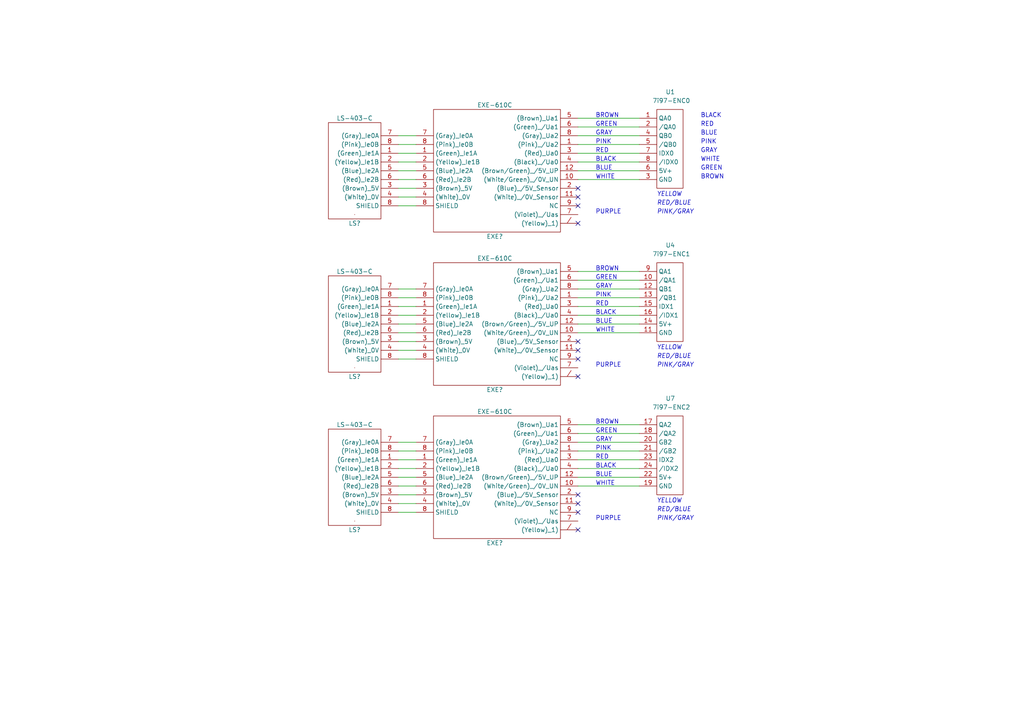
<source format=kicad_sch>
(kicad_sch (version 20230121) (generator eeschema)
  (paper "A4")
  (lib_symbols
    (symbol "EXE-610C_1"
      (property "Reference" "EXE" (at 0 -19.05 0))
      (property "Value" "EXE-610C" (at 0 19.05 0))
      (symbol "EXE-610C_1_0_1"
        (rectangle (start -10.16 -2.54) (end -10.16 -2.54) (stroke (width 0.1524)))
        (rectangle (start -10.16 -2.54) (end -10.16 -2.54) (stroke (width 0.1524)))
        (polyline (pts (xy -10.16 -2.54) (xy -10.16 -2.54)) (stroke (width 0.1524)))
        (rectangle (start 19.05 17.78) (end -17.78 -17.78) (stroke (width 0.1524)))
      )
      (symbol "EXE-610C_1_1_1"
        (pin passive line (at 24.13 -15.24 180) (length 5.08) (name "(Yellow)_1)") (number "/"))
        (pin passive line (at -22.86 5.08 0) (length 5.08) (name "(Green)_Ie1A") (number "1"))
        (pin passive line (at 24.13 7.62 180) (length 5.08) (name "(Pink)_/Ua2") (number "1"))
        (pin passive line (at 24.13 -2.54 180) (length 5.08) (name "(White/Green)_/0V_UN") (number "10"))
        (pin passive line (at 24.13 -7.62 180) (length 5.08) (name "(White)_/0V_Sensor") (number "11"))
        (pin passive line (at 24.13 0 180) (length 5.08) (name "(Brown/Green)_/5V_UP") (number "12"))
        (pin passive line (at 24.13 -5.08 180) (length 5.08) (name "(Blue)_/5V_Sensor") (number "2"))
        (pin passive line (at -22.86 2.54 0) (length 5.08) (name "(Yellow)_Ie1B") (number "2"))
        (pin passive line (at -22.86 -5.08 0) (length 5.08) (name "(Brown)_5V") (number "3"))
        (pin passive line (at 24.13 5.08 180) (length 5.08) (name "(Red)_Ua0") (number "3"))
        (pin passive line (at 24.13 2.54 180) (length 5.08) (name "(Black)_/Ua0") (number "4"))
        (pin passive line (at -22.86 -7.62 0) (length 5.08) (name "(White)_0V") (number "4"))
        (pin passive line (at -22.86 0 0) (length 5.08) (name "(Blue)_Ie2A") (number "5"))
        (pin passive line (at 24.13 15.24 180) (length 5.08) (name "(Brown)_Ua1") (number "5"))
        (pin passive line (at 24.13 12.7 180) (length 5.08) (name "(Green)_/Ua1") (number "6"))
        (pin passive line (at -22.86 -2.54 0) (length 5.08) (name "(Red)_Ie2B") (number "6"))
        (pin passive line (at -22.86 10.16 0) (length 5.08) (name "(Gray)_Ie0A") (number "7"))
        (pin passive line (at 24.13 -12.7 180) (length 5.08) (name "(Violet)_/Uas") (number "7"))
        (pin passive line (at 24.13 10.16 180) (length 5.08) (name "(Gray)_Ua2") (number "8"))
        (pin passive line (at -22.86 7.62 0) (length 5.08) (name "(Pink)_Ie0B") (number "8"))
        (pin passive line (at -22.86 -10.16 0) (length 5.08) (name "SHIELD") (number "8"))
        (pin passive line (at 24.13 -10.16 180) (length 5.08) (name "NC") (number "9"))
      )
    )
    (symbol "EXE-610C_2"
      (property "Reference" "EXE" (at 0 -19.05 0))
      (property "Value" "EXE-610C" (at 0 19.05 0))
      (symbol "EXE-610C_2_0_1"
        (rectangle (start -10.16 -2.54) (end -10.16 -2.54) (stroke (width 0.1524)))
        (rectangle (start -10.16 -2.54) (end -10.16 -2.54) (stroke (width 0.1524)))
        (polyline (pts (xy -10.16 -2.54) (xy -10.16 -2.54)) (stroke (width 0.1524)))
        (rectangle (start 19.05 17.78) (end -17.78 -17.78) (stroke (width 0.1524)))
      )
      (symbol "EXE-610C_2_1_1"
        (pin passive line (at 24.13 -15.24 180) (length 5.08) (name "(Yellow)_1)") (number "/"))
        (pin passive line (at -22.86 5.08 0) (length 5.08) (name "(Green)_Ie1A") (number "1"))
        (pin passive line (at 24.13 7.62 180) (length 5.08) (name "(Pink)_/Ua2") (number "1"))
        (pin passive line (at 24.13 -2.54 180) (length 5.08) (name "(White/Green)_/0V_UN") (number "10"))
        (pin passive line (at 24.13 -7.62 180) (length 5.08) (name "(White)_/0V_Sensor") (number "11"))
        (pin passive line (at 24.13 0 180) (length 5.08) (name "(Brown/Green)_/5V_UP") (number "12"))
        (pin passive line (at 24.13 -5.08 180) (length 5.08) (name "(Blue)_/5V_Sensor") (number "2"))
        (pin passive line (at -22.86 2.54 0) (length 5.08) (name "(Yellow)_Ie1B") (number "2"))
        (pin passive line (at -22.86 -5.08 0) (length 5.08) (name "(Brown)_5V") (number "3"))
        (pin passive line (at 24.13 5.08 180) (length 5.08) (name "(Red)_Ua0") (number "3"))
        (pin passive line (at 24.13 2.54 180) (length 5.08) (name "(Black)_/Ua0") (number "4"))
        (pin passive line (at -22.86 -7.62 0) (length 5.08) (name "(White)_0V") (number "4"))
        (pin passive line (at -22.86 0 0) (length 5.08) (name "(Blue)_Ie2A") (number "5"))
        (pin passive line (at 24.13 15.24 180) (length 5.08) (name "(Brown)_Ua1") (number "5"))
        (pin passive line (at 24.13 12.7 180) (length 5.08) (name "(Green)_/Ua1") (number "6"))
        (pin passive line (at -22.86 -2.54 0) (length 5.08) (name "(Red)_Ie2B") (number "6"))
        (pin passive line (at -22.86 10.16 0) (length 5.08) (name "(Gray)_Ie0A") (number "7"))
        (pin passive line (at 24.13 -12.7 180) (length 5.08) (name "(Violet)_/Uas") (number "7"))
        (pin passive line (at 24.13 10.16 180) (length 5.08) (name "(Gray)_Ua2") (number "8"))
        (pin passive line (at -22.86 7.62 0) (length 5.08) (name "(Pink)_Ie0B") (number "8"))
        (pin passive line (at -22.86 -10.16 0) (length 5.08) (name "SHIELD") (number "8"))
        (pin passive line (at 24.13 -10.16 180) (length 5.08) (name "NC") (number "9"))
      )
    )
    (symbol "LS-403-C_1"
      (property "Reference" "LS" (at 0 -15.24 0))
      (property "Value" "LS-403-C" (at 0 15.24 0))
      (symbol "LS-403-C_1_0_1"
        (rectangle (start 0 -12.7) (end 0 -12.7) (stroke (width 0.1524)))
        (rectangle (start 0 -12.7) (end 0 -12.7) (stroke (width 0.1524)))
        (polyline (pts (xy 0 -12.7) (xy 0 -12.7)) (stroke (width 0.1524)))
        (rectangle (start 7.62 13.97) (end -7.62 -13.97) (stroke (width 0.1524)))
      )
      (symbol "LS-403-C_1_1_1"
        (pin passive line (at 12.7 5.08 180) (length 5.08) (name "(Green)_Ie1A") (number "1"))
        (pin passive line (at 12.7 2.54 180) (length 5.08) (name "(Yellow)_Ie1B") (number "2"))
        (pin passive line (at 12.7 -5.08 180) (length 5.08) (name "(Brown)_5V") (number "3"))
        (pin passive line (at 12.7 -7.62 180) (length 5.08) (name "(White)_0V") (number "4"))
        (pin passive line (at 12.7 0 180) (length 5.08) (name "(Blue)_Ie2A") (number "5"))
        (pin passive line (at 12.7 -2.54 180) (length 5.08) (name "(Red)_Ie2B") (number "6"))
        (pin passive line (at 12.7 10.16 180) (length 5.08) (name "(Gray)_Ie0A") (number "7"))
        (pin passive line (at 12.7 7.62 180) (length 5.08) (name "(Pink)_Ie0B") (number "8"))
        (pin passive line (at 12.7 -10.16 180) (length 5.08) (name "SHIELD") (number "8"))
      )
    )
    (symbol "LS-403-C_2"
      (property "Reference" "LS" (at 0 -15.24 0))
      (property "Value" "LS-403-C" (at 0 15.24 0))
      (symbol "LS-403-C_2_0_1"
        (rectangle (start 0 -12.7) (end 0 -12.7) (stroke (width 0.1524)))
        (rectangle (start 0 -12.7) (end 0 -12.7) (stroke (width 0.1524)))
        (polyline (pts (xy 0 -12.7) (xy 0 -12.7)) (stroke (width 0.1524)))
        (rectangle (start 7.62 13.97) (end -7.62 -13.97) (stroke (width 0.1524)))
      )
      (symbol "LS-403-C_2_1_1"
        (pin passive line (at 12.7 5.08 180) (length 5.08) (name "(Green)_Ie1A") (number "1"))
        (pin passive line (at 12.7 2.54 180) (length 5.08) (name "(Yellow)_Ie1B") (number "2"))
        (pin passive line (at 12.7 -5.08 180) (length 5.08) (name "(Brown)_5V") (number "3"))
        (pin passive line (at 12.7 -7.62 180) (length 5.08) (name "(White)_0V") (number "4"))
        (pin passive line (at 12.7 0 180) (length 5.08) (name "(Blue)_Ie2A") (number "5"))
        (pin passive line (at 12.7 -2.54 180) (length 5.08) (name "(Red)_Ie2B") (number "6"))
        (pin passive line (at 12.7 10.16 180) (length 5.08) (name "(Gray)_Ie0A") (number "7"))
        (pin passive line (at 12.7 7.62 180) (length 5.08) (name "(Pink)_Ie0B") (number "8"))
        (pin passive line (at 12.7 -10.16 180) (length 5.08) (name "SHIELD") (number "8"))
      )
    )
    (symbol "MAHO:7i97-ENC0"
      (property "Reference" "U" (at 0 15.24 0))
      (property "Value" "7i97-ENC0" (at 0 12.7 0))
      (symbol "7i97-ENC0_0_1"
        (rectangle (start -3.81 11.43) (end 3.81 -11.43) (stroke (width 0.1524)))
      )
      (symbol "7i97-ENC0_1_1"
        (pin passive line (at -8.89 8.89 0) (length 5.08) (name "QA0") (number "1"))
        (pin passive line (at -8.89 6.35 0) (length 5.08) (name "/QA0") (number "2"))
        (pin passive line (at -8.89 -8.89 0) (length 5.08) (name "GND") (number "3"))
        (pin passive line (at -8.89 3.81 0) (length 5.08) (name "QB0") (number "4"))
        (pin passive line (at -8.89 1.27 0) (length 5.08) (name "/QB0") (number "5"))
        (pin passive line (at -8.89 -6.35 0) (length 5.08) (name "5V+") (number "6"))
        (pin passive line (at -8.89 -1.27 0) (length 5.08) (name "IDX0") (number "7"))
        (pin passive line (at -8.89 -3.81 0) (length 5.08) (name "/IDX0") (number "8"))
      )
    )
    (symbol "MAHO:7i97-ENC1"
      (property "Reference" "U" (at 0 13.97 0))
      (property "Value" "7i97-ENC1" (at 0 12.7 0))
      (symbol "7i97-ENC1_0_1"
        (rectangle (start -3.81 11.43) (end 3.81 -11.43) (stroke (width 0.1524)))
      )
      (symbol "7i97-ENC1_1_1"
        (pin passive line (at -8.89 6.35 0) (length 5.08) (name "/QA1") (number "10"))
        (pin passive line (at -8.89 -8.89 0) (length 5.08) (name "GND") (number "11"))
        (pin passive line (at -8.89 3.81 0) (length 5.08) (name "QB1") (number "12"))
        (pin passive line (at -8.89 1.27 0) (length 5.08) (name "/QB1") (number "13"))
        (pin passive line (at -8.89 -6.35 0) (length 5.08) (name "5V+") (number "14"))
        (pin passive line (at -8.89 -1.27 0) (length 5.08) (name "IDX1") (number "15"))
        (pin passive line (at -8.89 -3.81 0) (length 5.08) (name "/IDX1") (number "16"))
        (pin passive line (at -8.89 8.89 0) (length 5.08) (name "QA1") (number "9"))
      )
    )
    (symbol "MAHO:7i97-ENC2"
      (property "Reference" "U" (at 0 15.24 0))
      (property "Value" "7i97-ENC2" (at 0 12.7 0))
      (symbol "7i97-ENC2_0_1"
        (rectangle (start -3.81 11.43) (end 3.81 -11.43) (stroke (width 0.1524)))
      )
      (symbol "7i97-ENC2_1_1"
        (pin passive line (at -8.89 8.89 0) (length 5.08) (name "QA2") (number "17"))
        (pin passive line (at -8.89 6.35 0) (length 5.08) (name "/QA2") (number "18"))
        (pin passive line (at -8.89 -8.89 0) (length 5.08) (name "GND") (number "19"))
        (pin passive line (at -8.89 3.81 0) (length 5.08) (name "GB2") (number "20"))
        (pin passive line (at -8.89 1.27 0) (length 5.08) (name "/GB2") (number "21"))
        (pin passive line (at -8.89 -6.35 0) (length 5.08) (name "5V+") (number "22"))
        (pin passive line (at -8.89 -1.27 0) (length 5.08) (name "IDX2") (number "23"))
        (pin passive line (at -8.89 -3.81 0) (length 5.08) (name "/IDX2") (number "24"))
      )
    )
    (symbol "MAHO:EXE-610C"
      (property "Reference" "EXE" (at 0 -19.05 0))
      (property "Value" "EXE-610C" (at 0 19.05 0))
      (symbol "EXE-610C_0_1"
        (rectangle (start -10.16 -2.54) (end -10.16 -2.54) (stroke (width 0.1524)))
        (rectangle (start -10.16 -2.54) (end -10.16 -2.54) (stroke (width 0.1524)))
        (polyline (pts (xy -10.16 -2.54) (xy -10.16 -2.54)) (stroke (width 0.1524)))
        (rectangle (start 19.05 17.78) (end -17.78 -17.78) (stroke (width 0.1524)))
      )
      (symbol "EXE-610C_1_1"
        (pin passive line (at 24.13 -15.24 180) (length 5.08) (name "(Yellow)_1)") (number "/"))
        (pin passive line (at -22.86 5.08 0) (length 5.08) (name "(Green)_Ie1A") (number "1"))
        (pin passive line (at 24.13 7.62 180) (length 5.08) (name "(Pink)_/Ua2") (number "1"))
        (pin passive line (at 24.13 -2.54 180) (length 5.08) (name "(White/Green)_/0V_UN") (number "10"))
        (pin passive line (at 24.13 -7.62 180) (length 5.08) (name "(White)_/0V_Sensor") (number "11"))
        (pin passive line (at 24.13 0 180) (length 5.08) (name "(Brown/Green)_/5V_UP") (number "12"))
        (pin passive line (at 24.13 -5.08 180) (length 5.08) (name "(Blue)_/5V_Sensor") (number "2"))
        (pin passive line (at -22.86 2.54 0) (length 5.08) (name "(Yellow)_Ie1B") (number "2"))
        (pin passive line (at -22.86 -5.08 0) (length 5.08) (name "(Brown)_5V") (number "3"))
        (pin passive line (at 24.13 5.08 180) (length 5.08) (name "(Red)_Ua0") (number "3"))
        (pin passive line (at 24.13 2.54 180) (length 5.08) (name "(Black)_/Ua0") (number "4"))
        (pin passive line (at -22.86 -7.62 0) (length 5.08) (name "(White)_0V") (number "4"))
        (pin passive line (at -22.86 0 0) (length 5.08) (name "(Blue)_Ie2A") (number "5"))
        (pin passive line (at 24.13 15.24 180) (length 5.08) (name "(Brown)_Ua1") (number "5"))
        (pin passive line (at 24.13 12.7 180) (length 5.08) (name "(Green)_/Ua1") (number "6"))
        (pin passive line (at -22.86 -2.54 0) (length 5.08) (name "(Red)_Ie2B") (number "6"))
        (pin passive line (at -22.86 10.16 0) (length 5.08) (name "(Gray)_Ie0A") (number "7"))
        (pin passive line (at 24.13 -12.7 180) (length 5.08) (name "(Violet)_/Uas") (number "7"))
        (pin passive line (at 24.13 10.16 180) (length 5.08) (name "(Gray)_Ua2") (number "8"))
        (pin passive line (at -22.86 7.62 0) (length 5.08) (name "(Pink)_Ie0B") (number "8"))
        (pin passive line (at -22.86 -10.16 0) (length 5.08) (name "SHIELD") (number "8"))
        (pin passive line (at 24.13 -10.16 180) (length 5.08) (name "NC") (number "9"))
      )
    )
    (symbol "MAHO:LS-403-C"
      (property "Reference" "LS" (at 0 -15.24 0))
      (property "Value" "LS-403-C" (at 0 15.24 0))
      (symbol "LS-403-C_0_1"
        (rectangle (start 0 -12.7) (end 0 -12.7) (stroke (width 0.1524)))
        (rectangle (start 0 -12.7) (end 0 -12.7) (stroke (width 0.1524)))
        (polyline (pts (xy 0 -12.7) (xy 0 -12.7)) (stroke (width 0.1524)))
        (rectangle (start 7.62 13.97) (end -7.62 -13.97) (stroke (width 0.1524)))
      )
      (symbol "LS-403-C_1_1"
        (pin passive line (at 12.7 5.08 180) (length 5.08) (name "(Green)_Ie1A") (number "1"))
        (pin passive line (at 12.7 2.54 180) (length 5.08) (name "(Yellow)_Ie1B") (number "2"))
        (pin passive line (at 12.7 -5.08 180) (length 5.08) (name "(Brown)_5V") (number "3"))
        (pin passive line (at 12.7 -7.62 180) (length 5.08) (name "(White)_0V") (number "4"))
        (pin passive line (at 12.7 0 180) (length 5.08) (name "(Blue)_Ie2A") (number "5"))
        (pin passive line (at 12.7 -2.54 180) (length 5.08) (name "(Red)_Ie2B") (number "6"))
        (pin passive line (at 12.7 10.16 180) (length 5.08) (name "(Gray)_Ie0A") (number "7"))
        (pin passive line (at 12.7 7.62 180) (length 5.08) (name "(Pink)_Ie0B") (number "8"))
        (pin passive line (at 12.7 -10.16 180) (length 5.08) (name "SHIELD") (number "8"))
      )
    )
  )
  (no_connect (at 167.64 57.15))
  (no_connect (at 167.64 59.69))
  (no_connect (at 167.64 99.06))
  (no_connect (at 167.64 64.77))
  (no_connect (at 167.64 146.05))
  (no_connect (at 167.64 54.61))
  (no_connect (at 167.64 109.22))
  (no_connect (at 167.64 153.67))
  (no_connect (at 167.64 148.59))
  (no_connect (at 167.64 101.6))
  (no_connect (at 167.64 143.51))
  (no_connect (at 167.64 104.14))
  (wire (pts (xy 115.57 83.82) (xy 120.65 83.82)))
  (wire (pts (xy 115.57 146.05) (xy 120.65 146.05)))
  (wire (pts (xy 167.64 83.82) (xy 185.42 83.82)))
  (wire (pts (xy 167.64 128.27) (xy 185.42 128.27)))
  (wire (pts (xy 115.57 135.89) (xy 120.65 135.89)))
  (wire (pts (xy 115.57 86.36) (xy 120.65 86.36)))
  (wire (pts (xy 115.57 130.81) (xy 120.65 130.81)))
  (wire (pts (xy 167.64 140.97) (xy 185.42 140.97)))
  (wire (pts (xy 115.57 54.61) (xy 120.65 54.61)))
  (wire (pts (xy 115.57 49.53) (xy 120.65 49.53)))
  (wire (pts (xy 167.64 130.81) (xy 185.42 130.81)))
  (wire (pts (xy 167.64 123.19) (xy 185.42 123.19)))
  (wire (pts (xy 115.57 41.91) (xy 120.65 41.91)))
  (wire (pts (xy 167.64 125.73) (xy 185.42 125.73)))
  (wire (pts (xy 167.64 41.91) (xy 185.42 41.91)))
  (wire (pts (xy 167.64 93.98) (xy 185.42 93.98)))
  (wire (pts (xy 115.57 140.97) (xy 120.65 140.97)))
  (wire (pts (xy 167.64 91.44) (xy 185.42 91.44)))
  (wire (pts (xy 115.57 46.99) (xy 120.65 46.99)))
  (wire (pts (xy 167.64 133.35) (xy 185.42 133.35)))
  (wire (pts (xy 115.57 93.98) (xy 120.65 93.98)))
  (wire (pts (xy 167.64 46.99) (xy 185.42 46.99)))
  (wire (pts (xy 167.64 49.53) (xy 185.42 49.53)))
  (wire (pts (xy 115.57 133.35) (xy 120.65 133.35)))
  (wire (pts (xy 167.64 86.36) (xy 185.42 86.36)))
  (wire (pts (xy 167.64 96.52) (xy 185.42 96.52)))
  (wire (pts (xy 115.57 91.44) (xy 120.65 91.44)))
  (wire (pts (xy 115.57 59.69) (xy 120.65 59.69)))
  (wire (pts (xy 115.57 99.06) (xy 120.65 99.06)))
  (wire (pts (xy 167.64 88.9) (xy 185.42 88.9)))
  (wire (pts (xy 115.57 96.52) (xy 120.65 96.52)))
  (wire (pts (xy 167.64 36.83) (xy 185.42 36.83)))
  (wire (pts (xy 167.64 39.37) (xy 185.42 39.37)))
  (wire (pts (xy 115.57 52.07) (xy 120.65 52.07)))
  (wire (pts (xy 115.57 128.27) (xy 120.65 128.27)))
  (wire (pts (xy 115.57 143.51) (xy 120.65 143.51)))
  (wire (pts (xy 167.64 138.43) (xy 185.42 138.43)))
  (wire (pts (xy 115.57 44.45) (xy 120.65 44.45)))
  (wire (pts (xy 115.57 104.14) (xy 120.65 104.14)))
  (wire (pts (xy 167.64 78.74) (xy 185.42 78.74)))
  (wire (pts (xy 167.64 135.89) (xy 185.42 135.89)))
  (wire (pts (xy 167.64 52.07) (xy 185.42 52.07)))
  (wire (pts (xy 115.57 39.37) (xy 120.65 39.37)))
  (wire (pts (xy 167.64 34.29) (xy 185.42 34.29)))
  (wire (pts (xy 115.57 138.43) (xy 120.65 138.43)))
  (wire (pts (xy 167.64 44.45) (xy 185.42 44.45)))
  (wire (pts (xy 167.64 81.28) (xy 185.42 81.28)))
  (wire (pts (xy 115.57 148.59) (xy 120.65 148.59)))
  (wire (pts (xy 115.57 88.9) (xy 120.65 88.9)))
  (wire (pts (xy 115.57 101.6) (xy 120.65 101.6)))
  (wire (pts (xy 115.57 57.15) (xy 120.65 57.15)))
  (text "RED" (at 172.72 133.35 0) (effects (font (size 1.27 1.27)) (justify left bottom)))
  (text "WHITE" (at 203.2 46.99 0) (effects (font (size 1.27 1.27)) (justify left bottom)))
  (text "RED" (at 172.72 88.9 0) (effects (font (size 1.27 1.27)) (justify left bottom)))
  (text "BROWN" (at 203.2 52.07 0) (effects (font (size 1.27 1.27)) (justify left bottom)))
  (text "PINK" (at 172.72 86.36 0) (effects (font (size 1.27 1.27)) (justify left bottom)))
  (text "PINK/GRAY" (at 190.5 106.68 0) (effects (font (size 1.27 1.27) italic) (justify left bottom)))
  (text "PURPLE" (at 172.72 62.23 0) (effects (font (size 1.27 1.27)) (justify left bottom)))
  (text "PINK" (at 172.72 41.91 0) (effects (font (size 1.27 1.27)) (justify left bottom)))
  (text "BLUE" (at 172.72 93.98 0) (effects (font (size 1.27 1.27)) (justify left bottom)))
  (text "WHITE" (at 172.72 52.07 0) (effects (font (size 1.27 1.27)) (justify left bottom)))
  (text "BLUE" (at 203.2 39.37 0) (effects (font (size 1.27 1.27)) (justify left bottom)))
  (text "YELLOW" (at 190.5 101.6 0) (effects (font (size 1.27 1.27) italic) (justify left bottom)))
  (text "RED" (at 203.2 36.83 0) (effects (font (size 1.27 1.27)) (justify left bottom)))
  (text "GREEN" (at 172.72 36.83 0) (effects (font (size 1.27 1.27)) (justify left bottom)))
  (text "GRAY" (at 172.72 128.27 0) (effects (font (size 1.27 1.27)) (justify left bottom)))
  (text "GRAY" (at 172.72 39.37 0) (effects (font (size 1.27 1.27)) (justify left bottom)))
  (text "GREEN" (at 172.72 125.73 0) (effects (font (size 1.27 1.27)) (justify left bottom)))
  (text "BROWN" (at 172.72 123.19 0) (effects (font (size 1.27 1.27)) (justify left bottom)))
  (text "BROWN" (at 172.72 78.74 0) (effects (font (size 1.27 1.27)) (justify left bottom)))
  (text "RED/BLUE" (at 190.5 148.59 0) (effects (font (size 1.27 1.27) italic) (justify left bottom)))
  (text "PINK" (at 172.72 130.81 0) (effects (font (size 1.27 1.27)) (justify left bottom)))
  (text "PINK" (at 203.2 41.91 0) (effects (font (size 1.27 1.27)) (justify left bottom)))
  (text "GREEN" (at 172.72 81.28 0) (effects (font (size 1.27 1.27)) (justify left bottom)))
  (text "WHITE" (at 172.72 96.52 0) (effects (font (size 1.27 1.27)) (justify left bottom)))
  (text "PURPLE" (at 172.72 151.13 0) (effects (font (size 1.27 1.27)) (justify left bottom)))
  (text "BLACK" (at 172.72 135.89 0) (effects (font (size 1.27 1.27)) (justify left bottom)))
  (text "GRAY" (at 203.2 44.45 0) (effects (font (size 1.27 1.27)) (justify left bottom)))
  (text "RED/BLUE" (at 190.5 104.14 0) (effects (font (size 1.27 1.27) italic) (justify left bottom)))
  (text "YELLOW" (at 190.5 146.05 0) (effects (font (size 1.27 1.27) italic) (justify left bottom)))
  (text "BLACK" (at 172.72 91.44 0) (effects (font (size 1.27 1.27)) (justify left bottom)))
  (text "BROWN" (at 172.72 34.29 0) (effects (font (size 1.27 1.27)) (justify left bottom)))
  (text "BLUE" (at 172.72 138.43 0) (effects (font (size 1.27 1.27)) (justify left bottom)))
  (text "BLUE" (at 172.72 49.53 0) (effects (font (size 1.27 1.27)) (justify left bottom)))
  (text "PURPLE" (at 172.72 106.68 0) (effects (font (size 1.27 1.27)) (justify left bottom)))
  (text "WHITE" (at 172.72 140.97 0) (effects (font (size 1.27 1.27)) (justify left bottom)))
  (text "YELLOW" (at 190.5 57.15 0) (effects (font (size 1.27 1.27) italic) (justify left bottom)))
  (text "PINK/GRAY" (at 190.5 62.23 0) (effects (font (size 1.27 1.27) italic) (justify left bottom)))
  (text "RED/BLUE" (at 190.5 59.69 0) (effects (font (size 1.27 1.27) italic) (justify left bottom)))
  (text "BLACK" (at 172.72 46.99 0) (effects (font (size 1.27 1.27)) (justify left bottom)))
  (text "GRAY" (at 172.72 83.82 0) (effects (font (size 1.27 1.27)) (justify left bottom)))
  (text "BLACK" (at 203.2 34.29 0) (effects (font (size 1.27 1.27)) (justify left bottom)))
  (text "GREEN" (at 203.2 49.53 0) (effects (font (size 1.27 1.27)) (justify left bottom)))
  (text "RED" (at 172.72 44.45 0) (effects (font (size 1.27 1.27)) (justify left bottom)))
  (text "PINK/GRAY" (at 190.5 151.13 0) (effects (font (size 1.27 1.27) italic) (justify left bottom)))
  (symbol (lib_id "MAHO:7i97-ENC2") (at 194.31 132.08 0) (unit 1)
    (property "Reference" "U209" (at 193.04 115.57 0) (effects (justify left)))
    (property "Value" "7i97-ENC2" (at 189.23 118.11 0) (effects (justify left)))
    (instances (project "retrofit" (path "" (reference "U7") (unit 1)) (path "" (reference "U15") (unit 1))))
  )
  (symbol (lib_name "EXE-610C_2") (lib_id "MAHO:EXE-610C") (at 143.51 93.98 0) (unit 1)
    (property "Reference" "U205" (at 143.51 113.03 0))
    (property "Value" "EXE-610C" (at 143.51 74.93 0))
    (instances (project "retrofit" (path "" (reference "EXE?") (unit 1)) (path "" (reference "U14") (unit 1))))
  )
  (symbol (lib_name "EXE-610C_1") (lib_id "MAHO:EXE-610C") (at 143.51 138.43 0) (unit 1)
    (property "Reference" "U206" (at 143.51 157.48 0))
    (property "Value" "EXE-610C" (at 143.51 119.38 0))
    (instances (project "retrofit" (path "" (reference "EXE?") (unit 1)) (path "" (reference "U17") (unit 1))))
  )
  (symbol (lib_id "MAHO:7i97-ENC1") (at 194.31 87.63 0) (unit 1)
    (property "Reference" "U208" (at 193.04 71.12 0) (effects (justify left)))
    (property "Value" "7i97-ENC1" (at 189.23 73.66 0) (effects (justify left)))
    (instances (project "retrofit" (path "" (reference "U4") (unit 1)) (path "" (reference "U12") (unit 1))))
  )
  (symbol (lib_id "MAHO:EXE-610C") (at 143.51 49.53 0) (unit 1)
    (property "Reference" "U204" (at 143.51 68.58 0))
    (property "Value" "EXE-610C" (at 143.51 30.48 0))
    (instances (project "retrofit" (path "" (reference "EXE?") (unit 1)) (path "" (reference "U7") (unit 1))))
  )
  (symbol (lib_name "LS-403-C_1") (lib_id "MAHO:LS-403-C") (at 102.87 49.53 0) (unit 1)
    (property "Reference" "U201" (at 102.87 64.77 0))
    (property "Value" "LS-403-C" (at 102.87 34.29 0))
    (instances (project "retrofit" (path "" (reference "LS?") (unit 1)) (path "" (reference "U4") (unit 1))))
  )
  (symbol (lib_id "MAHO:LS-403-C") (at 102.87 138.43 0) (unit 1)
    (property "Reference" "U203" (at 102.87 153.67 0))
    (property "Value" "LS-403-C" (at 102.87 123.19 0))
    (instances (project "retrofit" (path "" (reference "LS?") (unit 1)) (path "" (reference "U16") (unit 1))))
  )
  (symbol (lib_name "LS-403-C_2") (lib_id "MAHO:LS-403-C") (at 102.87 93.98 0) (unit 1)
    (property "Reference" "U202" (at 102.87 109.22 0))
    (property "Value" "LS-403-C" (at 102.87 78.74 0))
    (instances (project "retrofit" (path "" (reference "LS?") (unit 1)) (path "" (reference "U13") (unit 1))))
  )
  (symbol (lib_id "MAHO:7i97-ENC0") (at 194.31 43.18 0) (unit 1)
    (property "Reference" "U207" (at 193.04 26.67 0) (effects (justify left)))
    (property "Value" "7i97-ENC0" (at 189.23 29.21 0) (effects (justify left)))
    (instances (project "retrofit" (path "" (reference "U1") (unit 1)) (path "" (reference "U1") (unit 1))))
  )
)
</source>
